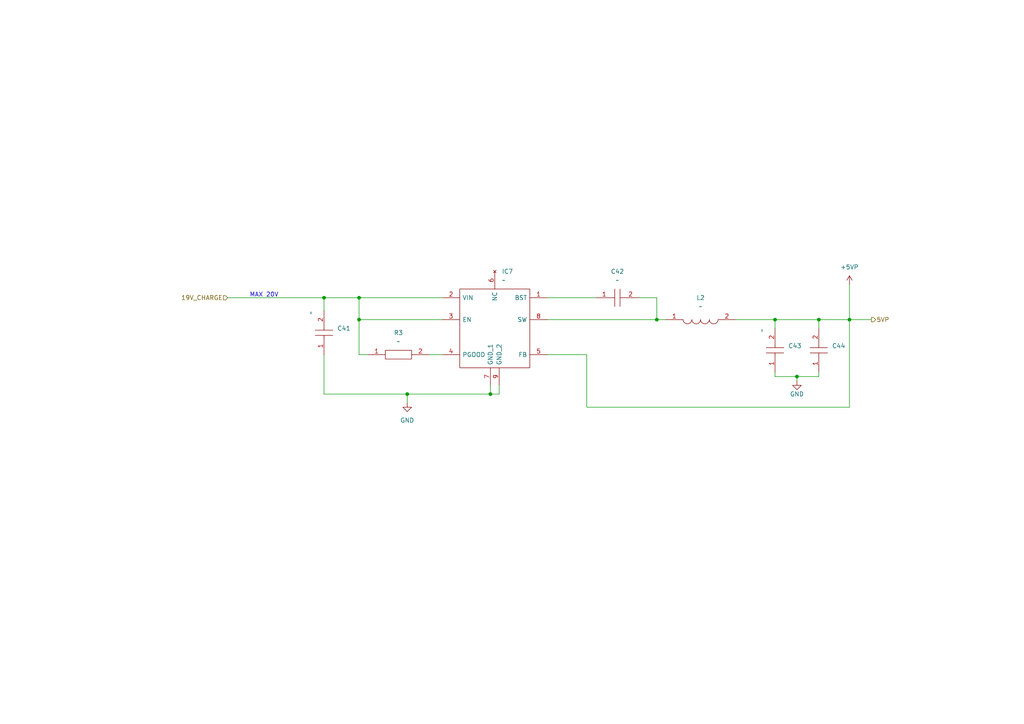
<source format=kicad_sch>
(kicad_sch (version 20211123) (generator eeschema)
  (paper "A4")
  (lib_symbols
    (symbol "my_cap:0.1uF 50V 0603" (pin_names (offset 0.762))
      (property "Reference" "C" (at 8.89 6.35 0))
      (property "Value" "0.1uF 50V 0603" (at 8.89 3.81 0))
      (symbol "0.1uF 50V 0603_0_0"
        (pin passive line (at 0 0 0) (length 5.08) (name "~") (number "1"))
        (pin passive line (at 12.7 0 180) (length 5.08) (name "~") (number "2"))
      )
      (symbol "0.1uF 50V 0603_0_1"
        (polyline (pts (xy 5.08 0) (xy 5.588 0)) (stroke (width 0.1524)))
        (polyline (pts (xy 5.588 2.54) (xy 5.588 -2.54)) (stroke (width 0.1524)))
        (polyline (pts (xy 7.112 0) (xy 7.62 0)) (stroke (width 0.1524)))
        (polyline (pts (xy 7.112 2.54) (xy 7.112 -2.54)) (stroke (width 0.1524)))
      )
    )
    (symbol "my_cap:10uF 25V 1206" (pin_names (offset 0.762))
      (property "Reference" "C" (at 8.89 6.35 0))
      (property "Value" "10uF 25V 1206" (at 8.89 3.81 0))
      (symbol "10uF 25V 1206_0_0"
        (pin passive line (at 0 0 0) (length 5.08) (name "~") (number "1"))
        (pin passive line (at 12.7 0 180) (length 5.08) (name "~") (number "2"))
      )
      (symbol "10uF 25V 1206_0_1"
        (polyline (pts (xy 5.08 0) (xy 5.588 0)) (stroke (width 0.1524)))
        (polyline (pts (xy 5.588 2.54) (xy 5.588 -2.54)) (stroke (width 0.1524)))
        (polyline (pts (xy 7.112 0) (xy 7.62 0)) (stroke (width 0.1524)))
        (polyline (pts (xy 7.112 2.54) (xy 7.112 -2.54)) (stroke (width 0.1524)))
      )
    )
    (symbol "my_cap:22uF 16V 0805" (pin_names (offset 0.762))
      (property "Reference" "C" (at 8.89 6.35 0))
      (property "Value" "22uF 16V 0805" (at 8.89 3.81 0))
      (symbol "22uF 16V 0805_0_0"
        (pin passive line (at 0 0 0) (length 5.08) (name "~") (number "1"))
        (pin passive line (at 12.7 0 180) (length 5.08) (name "~") (number "2"))
      )
      (symbol "22uF 16V 0805_0_1"
        (polyline (pts (xy 5.08 0) (xy 5.588 0)) (stroke (width 0.1524)))
        (polyline (pts (xy 5.588 2.54) (xy 5.588 -2.54)) (stroke (width 0.1524)))
        (polyline (pts (xy 7.112 0) (xy 7.62 0)) (stroke (width 0.1524)))
        (polyline (pts (xy 7.112 2.54) (xy 7.112 -2.54)) (stroke (width 0.1524)))
      )
    )
    (symbol "my_coil:6.8uH 5A" (pin_names (offset 0.762))
      (property "Reference" "L" (at 16.51 6.35 0))
      (property "Value" "6.8uH 5A" (at 16.51 3.81 0))
      (symbol "6.8uH 5A_0_0"
        (pin passive line (at 0 0 0) (length 5.08) (name "~") (number "1"))
        (pin passive line (at 20.32 0 180) (length 5.08) (name "~") (number "2"))
      )
      (symbol "6.8uH 5A_0_1"
        (arc (start 5.08 0) (mid 6.35 -1.3218) (end 7.62 0) (stroke (width 0.1524)))
        (arc (start 7.62 0) (mid 8.89 -1.3218) (end 10.16 0) (stroke (width 0.1524)))
        (arc (start 10.16 0) (mid 11.43 -1.3218) (end 12.7 0) (stroke (width 0.1524)))
        (arc (start 12.7 0) (mid 13.97 -1.3218) (end 15.24 0) (stroke (width 0.1524)))
      )
    )
    (symbol "my_res:100K 5% 0603" (pin_names (offset 0.762))
      (property "Reference" "R" (at 13.97 6.35 0))
      (property "Value" "100K 5% 0603" (at 13.97 3.81 0))
      (symbol "100K 5% 0603_0_0"
        (pin passive line (at 0 0 0) (length 5.08) (name "~") (number "1"))
        (pin passive line (at 17.78 0 180) (length 5.08) (name "~") (number "2"))
      )
      (symbol "100K 5% 0603_0_1"
        (polyline (pts (xy 5.08 1.27) (xy 12.7 1.27) (xy 12.7 -1.27) (xy 5.08 -1.27) (xy 5.08 1.27)) (stroke (width 0.1524)))
      )
    )
    (symbol "my_step_down:ADP2303ARDZ-5.0-R7" (pin_names (offset 0.762))
      (property "Reference" "IC" (at 26.67 7.62 0))
      (property "Value" "ADP2303ARDZ-5.0-R7" (at 26.67 5.08 0))
      (symbol "ADP2303ARDZ-5.0-R7_0_0"
        (pin passive line (at 30.48 0 180) (length 5.08) (name "BST") (number "1"))
        (pin passive line (at 0 0 0) (length 5.08) (name "VIN") (number "2"))
        (pin passive line (at 0 -6.35 0) (length 5.08) (name "EN") (number "3"))
        (pin passive line (at 0 -16.51 0) (length 5.08) (name "PGOOD") (number "4"))
        (pin passive line (at 30.48 -16.51 180) (length 5.08) (name "FB") (number "5"))
        (pin no_connect line (at 15.24 7.62 270) (length 5.08) (name "NC") (number "6"))
        (pin passive line (at 13.97 -25.4 90) (length 5.08) (name "GND_1") (number "7"))
        (pin passive line (at 30.48 -6.35 180) (length 5.08) (name "SW") (number "8"))
        (pin passive line (at 16.51 -25.4 90) (length 5.08) (name "GND_2") (number "9"))
      )
      (symbol "ADP2303ARDZ-5.0-R7_0_1"
        (polyline (pts (xy 5.08 2.54) (xy 25.4 2.54) (xy 25.4 -20.32) (xy 5.08 -20.32) (xy 5.08 2.54)) (stroke (width 0.1524)))
      )
    )
    (symbol "power:+5VP" (power) (pin_names (offset 0))
      (property "Value" "+5VP" (at 0 3.556 0))
      (symbol "+5VP_0_1"
        (polyline (pts (xy -0.762 1.27) (xy 0 2.54)))
        (polyline (pts (xy 0 0) (xy 0 2.54)))
        (polyline (pts (xy 0 2.54) (xy 0.762 1.27)))
      )
      (symbol "+5VP_1_1"
        (pin power_in line (at 0 0 90) (length 0) hide (name "+5VP") (number "1"))
      )
    )
    (symbol "power:GND" (power) (pin_names (offset 0))
      (property "Value" "GND" (at 0 -3.81 0))
      (symbol "GND_0_1"
        (polyline (pts (xy 0 0) (xy 0 -1.27) (xy 1.27 -1.27) (xy 0 -2.54) (xy -1.27 -1.27) (xy 0 -1.27)))
      )
      (symbol "GND_1_1"
        (pin power_in line (at 0 0 270) (length 0) hide (name "GND") (number "1"))
      )
    )
  )
  (junction (at 190.5 92.71))
  (junction (at 104.14 86.36))
  (junction (at 93.98 86.36))
  (junction (at 246.38 92.71))
  (junction (at 142.24 114.3))
  (junction (at 231.14 109.22))
  (junction (at 118.11 114.3))
  (junction (at 237.49 92.71))
  (junction (at 224.79 92.71))
  (junction (at 104.14 92.71))
  (wire (pts (xy 93.98 86.36) (xy 93.98 90.17)))
  (wire (pts (xy 104.14 86.36) (xy 93.98 86.36)))
  (wire (pts (xy 93.98 114.3) (xy 118.11 114.3)))
  (wire (pts (xy 246.38 92.71) (xy 246.38 118.11)))
  (wire (pts (xy 124.46 102.87) (xy 128.27 102.87)))
  (wire (pts (xy 237.49 109.22) (xy 231.14 109.22)))
  (wire (pts (xy 66.04 86.36) (xy 93.98 86.36)))
  (wire (pts (xy 231.14 109.22) (xy 224.79 109.22)))
  (wire (pts (xy 144.78 111.76) (xy 144.78 114.3)))
  (wire (pts (xy 190.5 92.71) (xy 193.04 92.71)))
  (wire (pts (xy 118.11 114.3) (xy 142.24 114.3)))
  (wire (pts (xy 158.75 86.36) (xy 172.72 86.36)))
  (wire (pts (xy 142.24 111.76) (xy 142.24 114.3)))
  (wire (pts (xy 104.14 86.36) (xy 104.14 92.71)))
  (wire (pts (xy 237.49 107.95) (xy 237.49 109.22)))
  (wire (pts (xy 237.49 92.71) (xy 246.38 92.71)))
  (wire (pts (xy 185.42 86.36) (xy 190.5 86.36)))
  (wire (pts (xy 170.18 102.87) (xy 158.75 102.87)))
  (wire (pts (xy 231.14 109.22) (xy 231.14 110.49)))
  (wire (pts (xy 118.11 114.3) (xy 118.11 116.84)))
  (wire (pts (xy 224.79 92.71) (xy 224.79 95.25)))
  (wire (pts (xy 128.27 92.71) (xy 104.14 92.71)))
  (wire (pts (xy 237.49 95.25) (xy 237.49 92.71)))
  (wire (pts (xy 213.36 92.71) (xy 224.79 92.71)))
  (wire (pts (xy 104.14 102.87) (xy 106.68 102.87)))
  (wire (pts (xy 93.98 102.87) (xy 93.98 114.3)))
  (wire (pts (xy 224.79 109.22) (xy 224.79 107.95)))
  (wire (pts (xy 104.14 92.71) (xy 104.14 102.87)))
  (wire (pts (xy 158.75 92.71) (xy 190.5 92.71)))
  (wire (pts (xy 128.27 86.36) (xy 104.14 86.36)))
  (wire (pts (xy 142.24 114.3) (xy 144.78 114.3)))
  (wire (pts (xy 170.18 118.11) (xy 170.18 102.87)))
  (wire (pts (xy 246.38 82.55) (xy 246.38 92.71)))
  (wire (pts (xy 190.5 86.36) (xy 190.5 92.71)))
  (wire (pts (xy 246.38 92.71) (xy 252.73 92.71)))
  (wire (pts (xy 246.38 118.11) (xy 170.18 118.11)))
  (wire (pts (xy 237.49 92.71) (xy 224.79 92.71)))
  (text "MAX 20V" (at 72.39 86.36 0) (effects (font (size 1.27 1.27)) (justify left bottom)))
  (hierarchical_label "5VP" (shape output) (at 252.73 92.71 0))
  (hierarchical_label "19V_CHARGE" (shape input) (at 66.04 86.36 180))
  (symbol (lib_id "my_cap:22uF 16V 0805") (at 224.79 107.95 90) (unit 1)
    (property "Reference" "C43" (at 228.6 100.3299 90) (effects (justify right)))
    (property "Value" "~" (at 220.98 95.25 0) (effects (justify right)))
    (property "Datasheet" "https://psearch.en.murata.com/capacitor/product/GRM21BC81C226ME44%23.html" (effects hide))
    (property "Description" "Multilayer Ceramic Capacitors MLCC - SMD/SMT 0805 22uF 16volts *Derate Voltage/Temp" (effects hide))
    (property "Height" "1.45" (effects hide))
    (property "Manufacturer_Name" "Murata Electronics" (effects hide))
    (property "Manufacturer_Part_Number" "GRM21BC81C226ME44L" (effects hide))
    (property "Mouser Part Number" "81-GRM21BC81C226ME4L" (effects hide))
    (property "Mouser Price/Stock" "https://www.mouser.co.uk/ProductDetail/Murata-Electronics/GRM21BC81C226ME44L?qs=Ckxxx%252BAapezqlkht8a%2FgcA%3D%3D" (effects hide))
    (property "Arrow Part Number" "GRM21BC81C226ME44L" (effects hide))
    (property "Arrow Price/Stock" "https://www.arrow.com/en/products/grm21bc81c226me44l/murata-manufacturing" (effects hide))
  )
  (symbol (lib_id "my_cap:0.1uF 50V 0603") (at 172.72 86.36 0) (unit 1)
    (property "Reference" "C42" (at 179.07 78.74 0))
    (property "Value" "~" (at 179.07 81.28 0))
    (property "Datasheet" "https://componentsearchengine.com/Datasheets/1/06031A100FAT2A.pdf" (effects hide))
    (property "Description" "Multilayer Ceramic Capacitors MLCC - SMD/SMT 50V .1uF X7R 0603 20%" (effects hide))
    (property "Height" "0.9" (effects hide))
    (property "Manufacturer_Name" "AVX" (effects hide))
    (property "Manufacturer_Part_Number" "06035C104MAT2A" (effects hide))
    (property "Mouser Part Number" "581-06035C104MAT2A" (effects hide))
    (property "Mouser Price/Stock" "https://www.mouser.co.uk/ProductDetail/AVX/06035C104MAT2A?qs=EbDiPP9peV9v4gP9vI6ssw%3D%3D" (effects hide))
    (property "Arrow Part Number" "06035C104MAT2A" (effects hide))
    (property "Arrow Price/Stock" "https://www.arrow.com/en/products/06035c104mat2a/avx" (effects hide))
  )
  (symbol (lib_id "power:GND") (at 231.14 110.49 0) (unit 1)
    (property "Reference" "#PWR041" (effects hide))
    (property "Value" "~" (at 231.14 114.3 0))
  )
  (symbol (lib_id "power:GND") (at 118.11 116.84 0) (unit 1)
    (property "Reference" "#PWR040" (effects hide))
    (property "Value" "~" (at 118.11 121.92 0))
  )
  (symbol (lib_id "my_step_down:ADP2303ARDZ-5.0-R7") (at 128.27 86.36 0) (unit 1)
    (property "Reference" "IC7" (at 145.5294 78.74 0) (effects (justify left)))
    (property "Value" "~" (at 145.5294 81.28 0) (effects (justify left)))
    (property "Datasheet" "http://www.mouser.com/datasheet/2/609/ADP2302_2303-1503424.pdf" (effects hide))
    (property "Description" "Switching Voltage Regulators 3A 700KHz NonSync Step-Down" (effects hide))
    (property "Height" "1.75" (effects hide))
    (property "Manufacturer_Name" "Analog Devices" (effects hide))
    (property "Manufacturer_Part_Number" "ADP2303ARDZ-5.0-R7" (effects hide))
    (property "Mouser Part Number" "584-ADP2303ARDZ5.0R7" (effects hide))
    (property "Mouser Price/Stock" "https://www.mouser.com/Search/Refine.aspx?Keyword=584-ADP2303ARDZ5.0R7" (effects hide))
    (property "Arrow Part Number" "ADP2303ARDZ-5.0-R7" (effects hide))
    (property "Arrow Price/Stock" "https://www.arrow.com/en/products/adp2303ardz-5.0-r7/analog-devices?region=nac" (effects hide))
  )
  (symbol (lib_id "power:+5VP") (at 246.38 82.55 0) (unit 1)
    (property "Reference" "#PWR042" (effects hide))
    (property "Value" "~" (at 246.38 77.47 0))
  )
  (symbol (lib_id "my_res:100K 5% 0603") (at 106.68 102.87 0) (unit 1)
    (property "Reference" "R3" (at 115.57 96.52 0))
    (property "Value" "~" (at 115.57 99.06 0))
    (property "Datasheet" "https://datasheet.datasheetarchive.com/originals/distributors/DKDS40/DSANUWW0010737.pdf" (effects hide))
    (property "Height" "0.55" (effects hide))
    (property "Manufacturer_Name" "Panasonic" (effects hide))
    (property "Manufacturer_Part_Number" "ERJ-3GEYJ104V" (effects hide))
    (property "Mouser Part Number" "667-ERJ-3GEYJ104V" (effects hide))
    (property "Mouser Price/Stock" "https://www.mouser.co.uk/ProductDetail/Panasonic/ERJ-3GEYJ104V?qs=66DK8nO8gJC7IhSuep78kw%3D%3D" (effects hide))
    (property "Arrow Part Number" "ERJ-3GEYJ104V" (effects hide))
    (property "Arrow Price/Stock" "https://www.arrow.com/en/products/erj-3geyj104v/panasonic?region=europe" (effects hide))
  )
  (symbol (lib_id "my_coil:6.8uH 5A") (at 193.04 92.71 0) (unit 1)
    (property "Reference" "L2" (at 203.2 86.36 0))
    (property "Value" "~" (at 203.2 88.9 0))
    (property "Datasheet" "https://datasheet.datasheetarchive.com/originals/distributors/Datasheets-DGA11/2220667.pdf" (effects hide))
    (property "Description" "NS10155T6R8NNA" (effects hide))
    (property "Height" "6" (effects hide))
    (property "Manufacturer_Name" "TAIYO YUDEN" (effects hide))
    (property "Manufacturer_Part_Number" "NS10155T6R8NNA" (effects hide))
    (property "Mouser Part Number" "963-NS10155T6R8NNA" (effects hide))
    (property "Mouser Price/Stock" "https://www.mouser.co.uk/ProductDetail/Taiyo-Yuden/NS10155T6R8NNA?qs=PzICbMaShUeW%2Fgl8abVzHw%3D%3D" (effects hide))
    (property "Arrow Part Number" "NS10155T6R8NNA" (effects hide))
    (property "Arrow Price/Stock" "https://www.arrow.com/en/products/ns10155t6r8nna/taiyo-yuden" (effects hide))
  )
  (symbol (lib_id "my_cap:22uF 16V 0805") (at 237.49 107.95 90) (unit 1)
    (property "Reference" "C44" (at 241.3 100.3299 90) (effects (justify right)))
    (property "Datasheet" "https://psearch.en.murata.com/capacitor/product/GRM21BC81C226ME44%23.html" (effects hide))
    (property "Description" "Multilayer Ceramic Capacitors MLCC - SMD/SMT 0805 22uF 16volts *Derate Voltage/Temp" (effects hide))
    (property "Height" "1.45" (effects hide))
    (property "Manufacturer_Name" "Murata Electronics" (effects hide))
    (property "Manufacturer_Part_Number" "GRM21BC81C226ME44L" (effects hide))
    (property "Mouser Part Number" "81-GRM21BC81C226ME4L" (effects hide))
    (property "Mouser Price/Stock" "https://www.mouser.co.uk/ProductDetail/Murata-Electronics/GRM21BC81C226ME44L?qs=Ckxxx%252BAapezqlkht8a%2FgcA%3D%3D" (effects hide))
    (property "Arrow Part Number" "GRM21BC81C226ME44L" (effects hide))
    (property "Arrow Price/Stock" "https://www.arrow.com/en/products/grm21bc81c226me44l/murata-manufacturing" (effects hide))
  )
  (symbol (lib_id "my_cap:10uF 25V 1206") (at 93.98 102.87 90) (unit 1)
    (property "Reference" "C41" (at 97.79 95.2499 90) (effects (justify right)))
    (property "Value" "~" (at 90.17 90.17 0) (effects (justify right)))
    (property "Datasheet" "https://product.tdk.com/system/files/dam/doc/product/capacitor/ceramic/mlcc/catalog/mlcc_commercial_soft_cnc_en.pdf" (effects hide))
    (property "Description" "Multilayer Ceramic Chip Capacitors, Capacitance=10uF, LxWxT:3.2x1.6x1.6mm" (effects hide))
    (property "Height" "1.9" (effects hide))
    (property "Manufacturer_Name" "TDK" (effects hide))
    (property "Manufacturer_Part_Number" "CNC5L1X7R1E106K160AE" (effects hide))
    (property "Mouser Part Number" "810-CNC5LX7R1E106K16" (effects hide))
    (property "Mouser Price/Stock" "https://www.mouser.co.uk/ProductDetail/TDK/CNC5L1X7R1E106K160AE?qs=81r%252BiQLm7BRiuBg%252BJP8dYw%3D%3D" (effects hide))
  )
)
</source>
